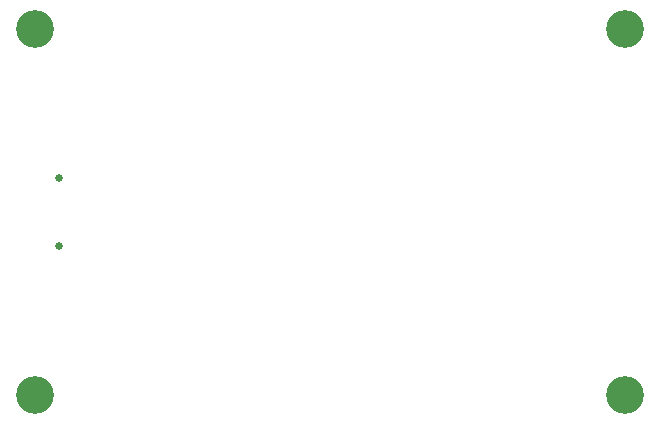
<source format=gbr>
%TF.GenerationSoftware,KiCad,Pcbnew,(5.99.0-7519-ga8269b6380)*%
%TF.CreationDate,2020-12-12T14:21:00-08:00*%
%TF.ProjectId,icebreaker++,69636562-7265-4616-9b65-722b2b2e6b69,V0.1*%
%TF.SameCoordinates,PX1c9c380PY3ef1480*%
%TF.FileFunction,NonPlated,1,4,NPTH,Drill*%
%TF.FilePolarity,Positive*%
%FSLAX46Y46*%
G04 Gerber Fmt 4.6, Leading zero omitted, Abs format (unit mm)*
G04 Created by KiCad (PCBNEW (5.99.0-7519-ga8269b6380)) date 2020-12-12 14:21:00*
%MOMM*%
%LPD*%
G01*
G04 APERTURE LIST*
%TA.AperFunction,ComponentDrill*%
%ADD10C,0.650000*%
%TD*%
%TA.AperFunction,ComponentDrill*%
%ADD11C,3.200000*%
%TD*%
G04 APERTURE END LIST*
D10*
%TO.C,J24*%
X5100000Y21390000D03*
X5100000Y15610000D03*
D11*
%TO.C,REF\u002A\u002A*%
X3000000Y34000000D03*
X3000000Y3000000D03*
X53000000Y34000000D03*
X53000000Y3000000D03*
M02*

</source>
